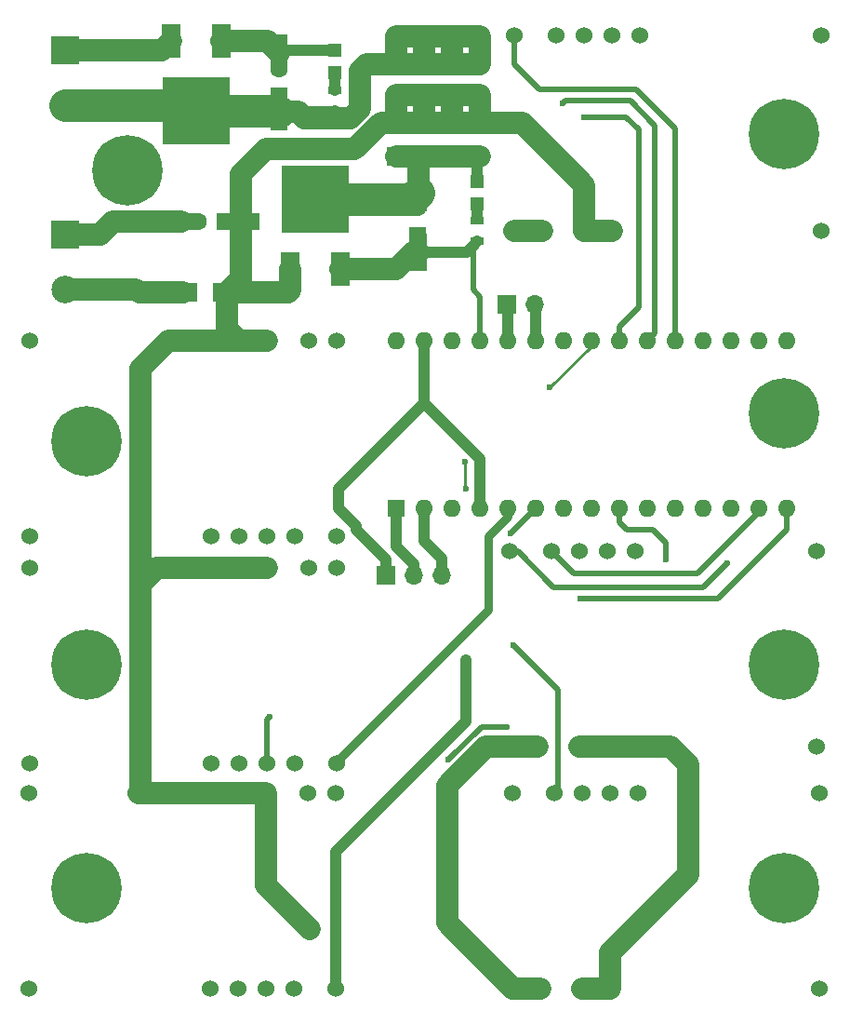
<source format=gtl>
G04 #@! TF.FileFunction,Copper,L1,Top,Signal*
%FSLAX46Y46*%
G04 Gerber Fmt 4.6, Leading zero omitted, Abs format (unit mm)*
G04 Created by KiCad (PCBNEW 4.0.6+dfsg1-1) date Mon Feb 26 15:31:38 2018*
%MOMM*%
%LPD*%
G01*
G04 APERTURE LIST*
%ADD10C,0.100000*%
%ADD11C,1.524000*%
%ADD12R,1.300000X0.700000*%
%ADD13R,1.651000X3.048000*%
%ADD14R,6.096000X6.096000*%
%ADD15R,2.499360X1.800860*%
%ADD16R,1.198880X1.198880*%
%ADD17R,1.600000X1.600000*%
%ADD18O,1.600000X1.600000*%
%ADD19R,2.500000X2.500000*%
%ADD20C,2.500000*%
%ADD21R,1.700000X1.700000*%
%ADD22O,1.700000X1.700000*%
%ADD23R,1.600000X3.500000*%
%ADD24R,3.500000X1.600000*%
%ADD25C,1.600000*%
%ADD26C,6.400000*%
%ADD27C,0.600000*%
%ADD28C,1.000000*%
%ADD29C,2.000000*%
%ADD30C,3.000000*%
%ADD31C,0.500000*%
%ADD32C,0.750000*%
%ADD33C,0.250000*%
G04 APERTURE END LIST*
D10*
D11*
X29718000Y60363100D03*
X27178000Y60363100D03*
X23368000Y60363100D03*
X20828000Y60363100D03*
X29718000Y42583100D03*
X1778000Y42583100D03*
X1778000Y60363100D03*
X25908000Y42583100D03*
X23368000Y42583100D03*
X20828000Y42583100D03*
X18288000Y42583100D03*
X29718000Y39662100D03*
X27178000Y39662100D03*
X23368000Y39662100D03*
X20828000Y39662100D03*
X29718000Y21882100D03*
X1778000Y21882100D03*
X1778000Y39662100D03*
X25908000Y21882100D03*
X23368000Y21882100D03*
X20828000Y21882100D03*
X18288000Y21882100D03*
D12*
X42494200Y69382600D03*
X42494200Y71282600D03*
D13*
X19177000Y87642700D03*
D14*
X16891000Y81292700D03*
D13*
X14605000Y87642700D03*
D15*
X19728180Y64731900D03*
X15730220Y64731900D03*
D16*
X42494200Y72776080D03*
X42494200Y74874120D03*
X29540200Y84714080D03*
X29540200Y86812120D03*
D12*
X29540200Y81257100D03*
X29540200Y83157100D03*
D13*
X25501600Y66840100D03*
D14*
X27787600Y73190100D03*
D13*
X30073600Y66840100D03*
D17*
X35128200Y45123100D03*
D18*
X68148200Y60363100D03*
X37668200Y45123100D03*
X65608200Y60363100D03*
X40208200Y45123100D03*
X63068200Y60363100D03*
X42748200Y45123100D03*
X60528200Y60363100D03*
X45288200Y45123100D03*
X57988200Y60363100D03*
X47828200Y45123100D03*
X55448200Y60363100D03*
X50368200Y45123100D03*
X52908200Y60363100D03*
X52908200Y45123100D03*
X50368200Y60363100D03*
X55448200Y45123100D03*
X47828200Y60363100D03*
X57988200Y45123100D03*
X45288200Y60363100D03*
X60528200Y45123100D03*
X42748200Y60363100D03*
X63068200Y45123100D03*
X40208200Y60363100D03*
X65608200Y45123100D03*
X37668200Y60363100D03*
X68148200Y45123100D03*
X35128200Y60363100D03*
X70688200Y45123100D03*
X70688200Y60363100D03*
D19*
X4978400Y70040500D03*
D20*
X4978400Y65040500D03*
D19*
X4953000Y86804500D03*
D20*
X4953000Y81804500D03*
D21*
X45212000Y63639700D03*
D22*
X47752000Y63639700D03*
D23*
X24434800Y81158100D03*
X24434800Y86558100D03*
D24*
X20988000Y71158100D03*
X15588000Y71158100D03*
D23*
X37109400Y68407300D03*
X37109400Y73807300D03*
D11*
X45720000Y1435100D03*
X48260000Y1435100D03*
X52070000Y1435100D03*
X54610000Y1435100D03*
X45720000Y19215100D03*
X73660000Y19215100D03*
X73660000Y1435100D03*
X49530000Y19215100D03*
X52070000Y19215100D03*
X54610000Y19215100D03*
X57150000Y19215100D03*
X45466000Y23406100D03*
X48006000Y23406100D03*
X51816000Y23406100D03*
X54356000Y23406100D03*
X45466000Y41186100D03*
X73406000Y41186100D03*
X73406000Y23406100D03*
X49276000Y41186100D03*
X51816000Y41186100D03*
X54356000Y41186100D03*
X56896000Y41186100D03*
X45897800Y70370700D03*
X48437800Y70370700D03*
X52247800Y70370700D03*
X54787800Y70370700D03*
X45897800Y88150700D03*
X73837800Y88150700D03*
X73837800Y70370700D03*
X49707800Y88150700D03*
X52247800Y88150700D03*
X54787800Y88150700D03*
X57327800Y88150700D03*
X29591000Y19215100D03*
X27051000Y19215100D03*
X23241000Y19215100D03*
X20701000Y19215100D03*
X29591000Y1435100D03*
X1651000Y1435100D03*
X1651000Y19215100D03*
X25781000Y1435100D03*
X23241000Y1435100D03*
X20701000Y1435100D03*
X18161000Y1435100D03*
D17*
X19558000Y71208900D03*
D25*
X17058000Y71208900D03*
D17*
X24434800Y82588100D03*
D25*
X24434800Y85088100D03*
D17*
X37058600Y69938900D03*
D25*
X37058600Y72438900D03*
D21*
X35128200Y80175100D03*
D22*
X35128200Y82715100D03*
X37668200Y80175100D03*
X37668200Y82715100D03*
X40208200Y80175100D03*
X40208200Y82715100D03*
X42748200Y80175100D03*
X42748200Y82715100D03*
D21*
X35128200Y85509100D03*
D22*
X35128200Y88049100D03*
X37668200Y85509100D03*
X37668200Y88049100D03*
X40208200Y85509100D03*
X40208200Y88049100D03*
X42748200Y85509100D03*
X42748200Y88049100D03*
D21*
X35128200Y77127100D03*
D22*
X37668200Y77127100D03*
X40208200Y77127100D03*
X42748200Y77127100D03*
D21*
X34175700Y39027100D03*
D22*
X36715700Y39027100D03*
X39255700Y39027100D03*
D26*
X10668000Y75882500D03*
D27*
X13068000Y75882500D03*
X12365056Y74185444D03*
X10668000Y73482500D03*
X8970944Y74185444D03*
X8268000Y75882500D03*
X8970944Y77579556D03*
X10668000Y78282500D03*
X12365056Y77579556D03*
D26*
X70434200Y10579100D03*
D27*
X72834200Y10579100D03*
X72131256Y8882044D03*
X70434200Y8179100D03*
X68737144Y8882044D03*
X68034200Y10579100D03*
X68737144Y12276156D03*
X70434200Y12979100D03*
X72131256Y12276156D03*
D26*
X70434200Y30899100D03*
D27*
X72834200Y30899100D03*
X72131256Y29202044D03*
X70434200Y28499100D03*
X68737144Y29202044D03*
X68034200Y30899100D03*
X68737144Y32596156D03*
X70434200Y33299100D03*
X72131256Y32596156D03*
D26*
X6934200Y10579100D03*
D27*
X9334200Y10579100D03*
X8631256Y8882044D03*
X6934200Y8179100D03*
X5237144Y8882044D03*
X4534200Y10579100D03*
X5237144Y12276156D03*
X6934200Y12979100D03*
X8631256Y12276156D03*
D26*
X6934200Y30899100D03*
D27*
X9334200Y30899100D03*
X8631256Y29202044D03*
X6934200Y28499100D03*
X5237144Y29202044D03*
X4534200Y30899100D03*
X5237144Y32596156D03*
X6934200Y33299100D03*
X8631256Y32596156D03*
D26*
X6934200Y51219100D03*
D27*
X9334200Y51219100D03*
X8631256Y49522044D03*
X6934200Y48819100D03*
X5237144Y49522044D03*
X4534200Y51219100D03*
X5237144Y52916156D03*
X6934200Y53619100D03*
X8631256Y52916156D03*
D26*
X70434200Y79159100D03*
D27*
X72834200Y79159100D03*
X72131256Y77462044D03*
X70434200Y76759100D03*
X68737144Y77462044D03*
X68034200Y79159100D03*
X68737144Y80856156D03*
X70434200Y81559100D03*
X72131256Y80856156D03*
D26*
X70434200Y53759100D03*
D27*
X72834200Y53759100D03*
X72131256Y52062044D03*
X70434200Y51359100D03*
X68737144Y52062044D03*
X68034200Y53759100D03*
X68737144Y55456156D03*
X70434200Y56159100D03*
X72131256Y55456156D03*
X27517998Y74739500D03*
X27228800Y6870700D03*
X50292000Y81953100D03*
X52247800Y80708500D03*
X23571200Y26123900D03*
X39890700Y22263100D03*
X45224700Y25247600D03*
X59702700Y40487600D03*
X45796200Y32677100D03*
X45542200Y42837100D03*
X39751000Y19900900D03*
X41478200Y31330900D03*
X49123600Y56095900D03*
X41376600Y49339500D03*
X41478200Y46901100D03*
X65227200Y40093900D03*
X51917600Y36918900D03*
D28*
X34175700Y39027100D02*
X34175700Y40424100D01*
X29857700Y46863000D02*
X37668200Y54673500D01*
X29857700Y45123100D02*
X29857700Y46863000D01*
X31445200Y43535600D02*
X29857700Y45123100D01*
X31445200Y43154600D02*
X31445200Y43535600D01*
X34175700Y40424100D02*
X31445200Y43154600D01*
D29*
X27517998Y74739500D02*
X27787600Y74469898D01*
X27787600Y74469898D02*
X27787600Y73190100D01*
D28*
X42494200Y74874120D02*
X42494200Y76873100D01*
X42494200Y76873100D02*
X42748200Y77127100D01*
D29*
X37109400Y73807300D02*
X37109400Y76568300D01*
D30*
X27787600Y73190100D02*
X36492200Y73190100D01*
X36492200Y73190100D02*
X37109400Y73807300D01*
D29*
X4978400Y70040500D02*
X8204200Y70040500D01*
X9321800Y71158100D02*
X15588000Y71158100D01*
X8204200Y70040500D02*
X9321800Y71158100D01*
D28*
X29540200Y86812120D02*
X24180780Y86812120D01*
X24180780Y86812120D02*
X23350200Y87642700D01*
X23350200Y87642700D02*
X23350200Y87076300D01*
X23350200Y87076300D02*
X23418800Y87007700D01*
X23418800Y87007700D02*
X23418800Y87642700D01*
D29*
X37109400Y76568300D02*
X37668200Y77127100D01*
X40208200Y77127100D02*
X42748200Y77127100D01*
X37668200Y77127100D02*
X40208200Y77127100D01*
X35128200Y77127100D02*
X37668200Y77127100D01*
X27787600Y73190100D02*
X28575000Y73190100D01*
X19177000Y87642700D02*
X23418800Y87642700D01*
X23418800Y87642700D02*
X23350200Y87642700D01*
X23350200Y87642700D02*
X24434800Y86558100D01*
D28*
X42748200Y45123100D02*
X42748200Y49593500D01*
X37668200Y54673500D02*
X37668200Y60363100D01*
X42748200Y49593500D02*
X40894000Y51447700D01*
X40894000Y51447700D02*
X39560500Y52781200D01*
X39560500Y52781200D02*
X37668200Y54673500D01*
D29*
X23241000Y19215100D02*
X23241000Y10858500D01*
X23241000Y10858500D02*
X27228800Y6870700D01*
X54610000Y1435100D02*
X54610000Y4711700D01*
X54610000Y4711700D02*
X61696600Y11798300D01*
X61696600Y11798300D02*
X61696600Y21831300D01*
X61696600Y21831300D02*
X60121800Y23406100D01*
X60121800Y23406100D02*
X54356000Y23406100D01*
X52070000Y1435100D02*
X54610000Y1435100D01*
X51816000Y23406100D02*
X54356000Y23406100D01*
X20701000Y19215100D02*
X23241000Y19215100D01*
X23368000Y39662100D02*
X20828000Y39662100D01*
X20828000Y39662100D02*
X13309600Y39662100D01*
X13309600Y39662100D02*
X11836400Y38188900D01*
X20701000Y19215100D02*
X11658600Y19215100D01*
X14401800Y60363100D02*
X20828000Y60363100D01*
X11836400Y57797700D02*
X14401800Y60363100D01*
X11836400Y19392900D02*
X11836400Y38188900D01*
X11836400Y38188900D02*
X11836400Y57797700D01*
X11658600Y19215100D02*
X11836400Y19392900D01*
X20828000Y60363100D02*
X23368000Y60363100D01*
X19728180Y64731900D02*
X19728180Y61462920D01*
X19728180Y61462920D02*
X20828000Y60363100D01*
X52247800Y70370700D02*
X54787800Y70370700D01*
X42748200Y80175100D02*
X46609000Y80175100D01*
X52247800Y74536300D02*
X52247800Y70370700D01*
X46609000Y80175100D02*
X52247800Y74536300D01*
X20988000Y71158100D02*
X20988000Y75483700D01*
X33756600Y80175100D02*
X35128200Y80175100D01*
X31343600Y77762100D02*
X33756600Y80175100D01*
X23266400Y77762100D02*
X31343600Y77762100D01*
X20988000Y75483700D02*
X23266400Y77762100D01*
X20988000Y71158100D02*
X20988000Y65991720D01*
X20988000Y65991720D02*
X19728180Y64731900D01*
X19728180Y64731900D02*
X25323800Y64731900D01*
X25501600Y64909700D02*
X25501600Y66840100D01*
X25323800Y64731900D02*
X25501600Y64909700D01*
X42748200Y80175100D02*
X40208200Y80175100D01*
X42748200Y82715100D02*
X42748200Y80175100D01*
X40208200Y82715100D02*
X42748200Y82715100D01*
X40208200Y82715100D02*
X37668200Y82715100D01*
X40208200Y80175100D02*
X40208200Y82715100D01*
X37668200Y80175100D02*
X40208200Y80175100D01*
X37668200Y80175100D02*
X35128200Y80175100D01*
X37668200Y82715100D02*
X37668200Y80175100D01*
X35128200Y82715100D02*
X37668200Y82715100D01*
X35128200Y82715100D02*
X35128200Y80175100D01*
X4978400Y65040500D02*
X11400800Y65040500D01*
X11709400Y64731900D02*
X15730220Y64731900D01*
X11400800Y65040500D02*
X11709400Y64731900D01*
D28*
X42494200Y72776080D02*
X42494200Y71716900D01*
X42494200Y71716900D02*
X42443400Y71666100D01*
D31*
X42748200Y60363100D02*
X42748200Y64376300D01*
X42138600Y64985900D02*
X42138600Y69027000D01*
X42748200Y64376300D02*
X42138600Y64985900D01*
D29*
X37109400Y68407300D02*
X36644600Y68407300D01*
X36644600Y68407300D02*
X35077400Y66840100D01*
X35077400Y66840100D02*
X30073600Y66840100D01*
D28*
X37109400Y68407300D02*
X41518900Y68407300D01*
X41518900Y68407300D02*
X42138600Y69027000D01*
X42138600Y69027000D02*
X42494200Y69382600D01*
X29540200Y84714080D02*
X29540200Y83157100D01*
D29*
X4953000Y86804500D02*
X13766800Y86804500D01*
X13766800Y86804500D02*
X14605000Y87642700D01*
D31*
X60528200Y60363100D02*
X60528200Y79667100D01*
X45897800Y85509100D02*
X45897800Y88150700D01*
X48183800Y83223100D02*
X45897800Y85509100D01*
X56972200Y83223100D02*
X48183800Y83223100D01*
X60528200Y79667100D02*
X56972200Y83223100D01*
D32*
X29718000Y21882100D02*
X29718000Y22059900D01*
X29718000Y22059900D02*
X43510200Y35852100D01*
X43510200Y35852100D02*
X43510200Y42583100D01*
X43510200Y42583100D02*
X45288200Y44361100D01*
X45288200Y44361100D02*
X45288200Y45123100D01*
D31*
X58674000Y61048900D02*
X57988200Y60363100D01*
X58674000Y79946500D02*
X58674000Y61048900D01*
X56438800Y82181700D02*
X58674000Y79946500D01*
X50520600Y82181700D02*
X56438800Y82181700D01*
X50292000Y81953100D02*
X50520600Y82181700D01*
X55448200Y60363100D02*
X55448200Y61607700D01*
X56057800Y80708500D02*
X52247800Y80708500D01*
X57226200Y79540100D02*
X56057800Y80708500D01*
X57226200Y63385700D02*
X57226200Y79540100D01*
X55448200Y61607700D02*
X57226200Y63385700D01*
X23368000Y25920700D02*
X23368000Y21882100D01*
X23571200Y26123900D02*
X23368000Y25920700D01*
D28*
X47828200Y60363100D02*
X47828200Y63563500D01*
X47828200Y63563500D02*
X47752000Y63639700D01*
X45288200Y60363100D02*
X45288200Y63563500D01*
X45288200Y63563500D02*
X45212000Y63639700D01*
D31*
X55448200Y45123100D02*
X55448200Y43853100D01*
X42875200Y25247600D02*
X39890700Y22263100D01*
X45224700Y25247600D02*
X42875200Y25247600D01*
X59702700Y41948100D02*
X59702700Y40487600D01*
X58496200Y43154600D02*
X59702700Y41948100D01*
X56146700Y43154600D02*
X58496200Y43154600D01*
X55448200Y43853100D02*
X56146700Y43154600D01*
X47828200Y45123100D02*
X45542200Y42837100D01*
X49860200Y28613100D02*
X49860200Y19545300D01*
X45796200Y32677100D02*
X49860200Y28613100D01*
X49860200Y19545300D02*
X49530000Y19215100D01*
D29*
X39751000Y19900900D02*
X39751000Y7404100D01*
X39751000Y7404100D02*
X45720000Y1435100D01*
X45720000Y1435100D02*
X48260000Y1435100D01*
X43256200Y23406100D02*
X45466000Y23406100D01*
X39751000Y19900900D02*
X43256200Y23406100D01*
X45466000Y23406100D02*
X48006000Y23406100D01*
X45897800Y70370700D02*
X48437800Y70370700D01*
X42748200Y85509100D02*
X40208200Y85509100D01*
X42748200Y88049100D02*
X42748200Y85509100D01*
X40208200Y88049100D02*
X42748200Y88049100D01*
X40208200Y88049100D02*
X37668200Y88049100D01*
X40208200Y85509100D02*
X40208200Y88049100D01*
X37668200Y85509100D02*
X40208200Y85509100D01*
X37668200Y85509100D02*
X35128200Y85509100D01*
X37668200Y88049100D02*
X37668200Y85509100D01*
X35128200Y88049100D02*
X37668200Y88049100D01*
X35128200Y85509100D02*
X35128200Y88049100D01*
X24434800Y81158100D02*
X26220400Y81158100D01*
X26220400Y81158100D02*
X26746200Y80632300D01*
X26746200Y80632300D02*
X30988000Y80632300D01*
X30988000Y80632300D02*
X31775400Y81419700D01*
X31775400Y81419700D02*
X31775400Y84874100D01*
X31775400Y84874100D02*
X32410400Y85509100D01*
X32410400Y85509100D02*
X35128200Y85509100D01*
D28*
X24434800Y81158100D02*
X29441200Y81158100D01*
X29441200Y81158100D02*
X29540200Y81257100D01*
D30*
X16891000Y81292700D02*
X24300200Y81292700D01*
X24300200Y81292700D02*
X24434800Y81158100D01*
X4953000Y81804500D02*
X16379200Y81804500D01*
X16379200Y81804500D02*
X16891000Y81292700D01*
D28*
X36715700Y39027100D02*
X36715700Y40043100D01*
X35128200Y41630600D02*
X35128200Y45123100D01*
X36715700Y40043100D02*
X35128200Y41630600D01*
X36550600Y39179500D02*
X36398200Y39027100D01*
X39255700Y39027100D02*
X39255700Y40551100D01*
X37668200Y42138600D02*
X37668200Y45123100D01*
X39255700Y40551100D02*
X37668200Y42138600D01*
X29591000Y13855700D02*
X41478200Y25742900D01*
X41478200Y25742900D02*
X41478200Y31330900D01*
X29591000Y1435100D02*
X29591000Y13855700D01*
D33*
X49123600Y56095900D02*
X52908200Y59880500D01*
X41376600Y47002700D02*
X41376600Y49339500D01*
X41478200Y46901100D02*
X41376600Y47002700D01*
X52908200Y59880500D02*
X52908200Y60363100D01*
D31*
X49403000Y37960300D02*
X46177200Y41186100D01*
X63093600Y37960300D02*
X49403000Y37960300D01*
X65227200Y40093900D02*
X63093600Y37960300D01*
X46177200Y41186100D02*
X45466000Y41186100D01*
X45466000Y41186100D02*
X45466000Y40906700D01*
X68148200Y45123100D02*
X68148200Y44792900D01*
X68148200Y44792900D02*
X62560200Y39204900D01*
X62560200Y39204900D02*
X51257200Y39204900D01*
X51257200Y39204900D02*
X49276000Y41186100D01*
X70688200Y45123100D02*
X70688200Y43167300D01*
X64439800Y36918900D02*
X51917600Y36918900D01*
X70688200Y43167300D02*
X64439800Y36918900D01*
M02*

</source>
